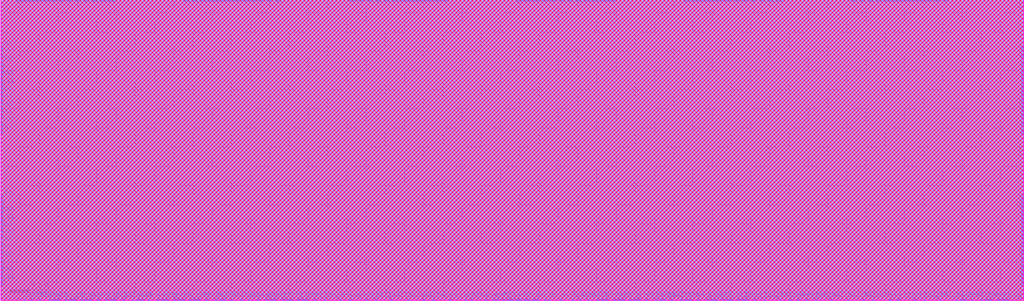
<source format=lef>
# 
#              Synchronous High Speed Single Port SRAM Compiler 
# 
#                    UMC 0.18um GenericII Logic Process
#    __________________________________________________________________________
# 
# 
#      (C) Copyright 2002-2009 Faraday Technology Corp. All Rights Reserved.
#    
#    This source code is an unpublished work belongs to Faraday Technology
#    Corp.  It is considered a trade secret and is not to be divulged or
#    used by parties who have not received written authorization from
#    Faraday Technology Corp.
#    
#    Faraday's home page can be found at:
#    http://www.faraday-tech.com/
#   
#       Module Name      : data_array
#       Words            : 64
#       Bits             : 8
#       Byte-Write       : 4
#       Aspect Ratio     : 1
#       Output Loading   : 1.3  (pf)
#       Data Slew        : 2.0  (ns)
#       CK Slew          : 2.0  (ns)
#       Power Ring Width : 2  (um)
# 
# -----------------------------------------------------------------------------
# 
#       Library          : FSA0M_A
#       Memaker          : 200901.2.1
#       Date             : 2017/10/05 23:56:49
# 
# -----------------------------------------------------------------------------


NAMESCASESENSITIVE ON ;
MACRO data_array
CLASS BLOCK ;
FOREIGN data_array 0.000 0.000 ;
ORIGIN 0.000 0.000 ;
SIZE 531.960 BY 156.800 ;
SYMMETRY x y r90 ;
#SITE core ;
PIN GND
  DIRECTION INOUT ;
  USE GROUND ;
  SHAPE ABUTMENT ;
 PORT
  LAYER metal4 ;
  RECT 530.840 129.700 531.960 132.940 ;
  LAYER metal3 ;
  RECT 530.840 129.700 531.960 132.940 ;
  LAYER metal2 ;
  RECT 530.840 129.700 531.960 132.940 ;
  LAYER metal1 ;
  RECT 530.840 129.700 531.960 132.940 ;
 END
 PORT
  LAYER metal4 ;
  RECT 530.840 121.860 531.960 125.100 ;
  LAYER metal3 ;
  RECT 530.840 121.860 531.960 125.100 ;
  LAYER metal2 ;
  RECT 530.840 121.860 531.960 125.100 ;
  LAYER metal1 ;
  RECT 530.840 121.860 531.960 125.100 ;
 END
 PORT
  LAYER metal4 ;
  RECT 530.840 114.020 531.960 117.260 ;
  LAYER metal3 ;
  RECT 530.840 114.020 531.960 117.260 ;
  LAYER metal2 ;
  RECT 530.840 114.020 531.960 117.260 ;
  LAYER metal1 ;
  RECT 530.840 114.020 531.960 117.260 ;
 END
 PORT
  LAYER metal4 ;
  RECT 530.840 106.180 531.960 109.420 ;
  LAYER metal3 ;
  RECT 530.840 106.180 531.960 109.420 ;
  LAYER metal2 ;
  RECT 530.840 106.180 531.960 109.420 ;
  LAYER metal1 ;
  RECT 530.840 106.180 531.960 109.420 ;
 END
 PORT
  LAYER metal4 ;
  RECT 530.840 98.340 531.960 101.580 ;
  LAYER metal3 ;
  RECT 530.840 98.340 531.960 101.580 ;
  LAYER metal2 ;
  RECT 530.840 98.340 531.960 101.580 ;
  LAYER metal1 ;
  RECT 530.840 98.340 531.960 101.580 ;
 END
 PORT
  LAYER metal4 ;
  RECT 530.840 90.500 531.960 93.740 ;
  LAYER metal3 ;
  RECT 530.840 90.500 531.960 93.740 ;
  LAYER metal2 ;
  RECT 530.840 90.500 531.960 93.740 ;
  LAYER metal1 ;
  RECT 530.840 90.500 531.960 93.740 ;
 END
 PORT
  LAYER metal4 ;
  RECT 530.840 51.300 531.960 54.540 ;
  LAYER metal3 ;
  RECT 530.840 51.300 531.960 54.540 ;
  LAYER metal2 ;
  RECT 530.840 51.300 531.960 54.540 ;
  LAYER metal1 ;
  RECT 530.840 51.300 531.960 54.540 ;
 END
 PORT
  LAYER metal4 ;
  RECT 530.840 43.460 531.960 46.700 ;
  LAYER metal3 ;
  RECT 530.840 43.460 531.960 46.700 ;
  LAYER metal2 ;
  RECT 530.840 43.460 531.960 46.700 ;
  LAYER metal1 ;
  RECT 530.840 43.460 531.960 46.700 ;
 END
 PORT
  LAYER metal4 ;
  RECT 530.840 35.620 531.960 38.860 ;
  LAYER metal3 ;
  RECT 530.840 35.620 531.960 38.860 ;
  LAYER metal2 ;
  RECT 530.840 35.620 531.960 38.860 ;
  LAYER metal1 ;
  RECT 530.840 35.620 531.960 38.860 ;
 END
 PORT
  LAYER metal4 ;
  RECT 530.840 27.780 531.960 31.020 ;
  LAYER metal3 ;
  RECT 530.840 27.780 531.960 31.020 ;
  LAYER metal2 ;
  RECT 530.840 27.780 531.960 31.020 ;
  LAYER metal1 ;
  RECT 530.840 27.780 531.960 31.020 ;
 END
 PORT
  LAYER metal4 ;
  RECT 530.840 19.940 531.960 23.180 ;
  LAYER metal3 ;
  RECT 530.840 19.940 531.960 23.180 ;
  LAYER metal2 ;
  RECT 530.840 19.940 531.960 23.180 ;
  LAYER metal1 ;
  RECT 530.840 19.940 531.960 23.180 ;
 END
 PORT
  LAYER metal4 ;
  RECT 530.840 12.100 531.960 15.340 ;
  LAYER metal3 ;
  RECT 530.840 12.100 531.960 15.340 ;
  LAYER metal2 ;
  RECT 530.840 12.100 531.960 15.340 ;
  LAYER metal1 ;
  RECT 530.840 12.100 531.960 15.340 ;
 END
 PORT
  LAYER metal4 ;
  RECT 0.000 129.700 1.120 132.940 ;
  LAYER metal3 ;
  RECT 0.000 129.700 1.120 132.940 ;
  LAYER metal2 ;
  RECT 0.000 129.700 1.120 132.940 ;
  LAYER metal1 ;
  RECT 0.000 129.700 1.120 132.940 ;
 END
 PORT
  LAYER metal4 ;
  RECT 0.000 121.860 1.120 125.100 ;
  LAYER metal3 ;
  RECT 0.000 121.860 1.120 125.100 ;
  LAYER metal2 ;
  RECT 0.000 121.860 1.120 125.100 ;
  LAYER metal1 ;
  RECT 0.000 121.860 1.120 125.100 ;
 END
 PORT
  LAYER metal4 ;
  RECT 0.000 114.020 1.120 117.260 ;
  LAYER metal3 ;
  RECT 0.000 114.020 1.120 117.260 ;
  LAYER metal2 ;
  RECT 0.000 114.020 1.120 117.260 ;
  LAYER metal1 ;
  RECT 0.000 114.020 1.120 117.260 ;
 END
 PORT
  LAYER metal4 ;
  RECT 0.000 106.180 1.120 109.420 ;
  LAYER metal3 ;
  RECT 0.000 106.180 1.120 109.420 ;
  LAYER metal2 ;
  RECT 0.000 106.180 1.120 109.420 ;
  LAYER metal1 ;
  RECT 0.000 106.180 1.120 109.420 ;
 END
 PORT
  LAYER metal4 ;
  RECT 0.000 98.340 1.120 101.580 ;
  LAYER metal3 ;
  RECT 0.000 98.340 1.120 101.580 ;
  LAYER metal2 ;
  RECT 0.000 98.340 1.120 101.580 ;
  LAYER metal1 ;
  RECT 0.000 98.340 1.120 101.580 ;
 END
 PORT
  LAYER metal4 ;
  RECT 0.000 90.500 1.120 93.740 ;
  LAYER metal3 ;
  RECT 0.000 90.500 1.120 93.740 ;
  LAYER metal2 ;
  RECT 0.000 90.500 1.120 93.740 ;
  LAYER metal1 ;
  RECT 0.000 90.500 1.120 93.740 ;
 END
 PORT
  LAYER metal4 ;
  RECT 0.000 51.300 1.120 54.540 ;
  LAYER metal3 ;
  RECT 0.000 51.300 1.120 54.540 ;
  LAYER metal2 ;
  RECT 0.000 51.300 1.120 54.540 ;
  LAYER metal1 ;
  RECT 0.000 51.300 1.120 54.540 ;
 END
 PORT
  LAYER metal4 ;
  RECT 0.000 43.460 1.120 46.700 ;
  LAYER metal3 ;
  RECT 0.000 43.460 1.120 46.700 ;
  LAYER metal2 ;
  RECT 0.000 43.460 1.120 46.700 ;
  LAYER metal1 ;
  RECT 0.000 43.460 1.120 46.700 ;
 END
 PORT
  LAYER metal4 ;
  RECT 0.000 35.620 1.120 38.860 ;
  LAYER metal3 ;
  RECT 0.000 35.620 1.120 38.860 ;
  LAYER metal2 ;
  RECT 0.000 35.620 1.120 38.860 ;
  LAYER metal1 ;
  RECT 0.000 35.620 1.120 38.860 ;
 END
 PORT
  LAYER metal4 ;
  RECT 0.000 27.780 1.120 31.020 ;
  LAYER metal3 ;
  RECT 0.000 27.780 1.120 31.020 ;
  LAYER metal2 ;
  RECT 0.000 27.780 1.120 31.020 ;
  LAYER metal1 ;
  RECT 0.000 27.780 1.120 31.020 ;
 END
 PORT
  LAYER metal4 ;
  RECT 0.000 19.940 1.120 23.180 ;
  LAYER metal3 ;
  RECT 0.000 19.940 1.120 23.180 ;
  LAYER metal2 ;
  RECT 0.000 19.940 1.120 23.180 ;
  LAYER metal1 ;
  RECT 0.000 19.940 1.120 23.180 ;
 END
 PORT
  LAYER metal4 ;
  RECT 0.000 12.100 1.120 15.340 ;
  LAYER metal3 ;
  RECT 0.000 12.100 1.120 15.340 ;
  LAYER metal2 ;
  RECT 0.000 12.100 1.120 15.340 ;
  LAYER metal1 ;
  RECT 0.000 12.100 1.120 15.340 ;
 END
 PORT
  LAYER metal4 ;
  RECT 489.580 155.680 493.120 156.800 ;
  LAYER metal3 ;
  RECT 489.580 155.680 493.120 156.800 ;
  LAYER metal2 ;
  RECT 489.580 155.680 493.120 156.800 ;
  LAYER metal1 ;
  RECT 489.580 155.680 493.120 156.800 ;
 END
 PORT
  LAYER metal4 ;
  RECT 480.900 155.680 484.440 156.800 ;
  LAYER metal3 ;
  RECT 480.900 155.680 484.440 156.800 ;
  LAYER metal2 ;
  RECT 480.900 155.680 484.440 156.800 ;
  LAYER metal1 ;
  RECT 480.900 155.680 484.440 156.800 ;
 END
 PORT
  LAYER metal4 ;
  RECT 472.220 155.680 475.760 156.800 ;
  LAYER metal3 ;
  RECT 472.220 155.680 475.760 156.800 ;
  LAYER metal2 ;
  RECT 472.220 155.680 475.760 156.800 ;
  LAYER metal1 ;
  RECT 472.220 155.680 475.760 156.800 ;
 END
 PORT
  LAYER metal4 ;
  RECT 463.540 155.680 467.080 156.800 ;
  LAYER metal3 ;
  RECT 463.540 155.680 467.080 156.800 ;
  LAYER metal2 ;
  RECT 463.540 155.680 467.080 156.800 ;
  LAYER metal1 ;
  RECT 463.540 155.680 467.080 156.800 ;
 END
 PORT
  LAYER metal4 ;
  RECT 454.860 155.680 458.400 156.800 ;
  LAYER metal3 ;
  RECT 454.860 155.680 458.400 156.800 ;
  LAYER metal2 ;
  RECT 454.860 155.680 458.400 156.800 ;
  LAYER metal1 ;
  RECT 454.860 155.680 458.400 156.800 ;
 END
 PORT
  LAYER metal4 ;
  RECT 446.180 155.680 449.720 156.800 ;
  LAYER metal3 ;
  RECT 446.180 155.680 449.720 156.800 ;
  LAYER metal2 ;
  RECT 446.180 155.680 449.720 156.800 ;
  LAYER metal1 ;
  RECT 446.180 155.680 449.720 156.800 ;
 END
 PORT
  LAYER metal4 ;
  RECT 402.780 155.680 406.320 156.800 ;
  LAYER metal3 ;
  RECT 402.780 155.680 406.320 156.800 ;
  LAYER metal2 ;
  RECT 402.780 155.680 406.320 156.800 ;
  LAYER metal1 ;
  RECT 402.780 155.680 406.320 156.800 ;
 END
 PORT
  LAYER metal4 ;
  RECT 394.100 155.680 397.640 156.800 ;
  LAYER metal3 ;
  RECT 394.100 155.680 397.640 156.800 ;
  LAYER metal2 ;
  RECT 394.100 155.680 397.640 156.800 ;
  LAYER metal1 ;
  RECT 394.100 155.680 397.640 156.800 ;
 END
 PORT
  LAYER metal4 ;
  RECT 385.420 155.680 388.960 156.800 ;
  LAYER metal3 ;
  RECT 385.420 155.680 388.960 156.800 ;
  LAYER metal2 ;
  RECT 385.420 155.680 388.960 156.800 ;
  LAYER metal1 ;
  RECT 385.420 155.680 388.960 156.800 ;
 END
 PORT
  LAYER metal4 ;
  RECT 376.740 155.680 380.280 156.800 ;
  LAYER metal3 ;
  RECT 376.740 155.680 380.280 156.800 ;
  LAYER metal2 ;
  RECT 376.740 155.680 380.280 156.800 ;
  LAYER metal1 ;
  RECT 376.740 155.680 380.280 156.800 ;
 END
 PORT
  LAYER metal4 ;
  RECT 368.060 155.680 371.600 156.800 ;
  LAYER metal3 ;
  RECT 368.060 155.680 371.600 156.800 ;
  LAYER metal2 ;
  RECT 368.060 155.680 371.600 156.800 ;
  LAYER metal1 ;
  RECT 368.060 155.680 371.600 156.800 ;
 END
 PORT
  LAYER metal4 ;
  RECT 359.380 155.680 362.920 156.800 ;
  LAYER metal3 ;
  RECT 359.380 155.680 362.920 156.800 ;
  LAYER metal2 ;
  RECT 359.380 155.680 362.920 156.800 ;
  LAYER metal1 ;
  RECT 359.380 155.680 362.920 156.800 ;
 END
 PORT
  LAYER metal4 ;
  RECT 315.980 155.680 319.520 156.800 ;
  LAYER metal3 ;
  RECT 315.980 155.680 319.520 156.800 ;
  LAYER metal2 ;
  RECT 315.980 155.680 319.520 156.800 ;
  LAYER metal1 ;
  RECT 315.980 155.680 319.520 156.800 ;
 END
 PORT
  LAYER metal4 ;
  RECT 307.300 155.680 310.840 156.800 ;
  LAYER metal3 ;
  RECT 307.300 155.680 310.840 156.800 ;
  LAYER metal2 ;
  RECT 307.300 155.680 310.840 156.800 ;
  LAYER metal1 ;
  RECT 307.300 155.680 310.840 156.800 ;
 END
 PORT
  LAYER metal4 ;
  RECT 298.620 155.680 302.160 156.800 ;
  LAYER metal3 ;
  RECT 298.620 155.680 302.160 156.800 ;
  LAYER metal2 ;
  RECT 298.620 155.680 302.160 156.800 ;
  LAYER metal1 ;
  RECT 298.620 155.680 302.160 156.800 ;
 END
 PORT
  LAYER metal4 ;
  RECT 289.940 155.680 293.480 156.800 ;
  LAYER metal3 ;
  RECT 289.940 155.680 293.480 156.800 ;
  LAYER metal2 ;
  RECT 289.940 155.680 293.480 156.800 ;
  LAYER metal1 ;
  RECT 289.940 155.680 293.480 156.800 ;
 END
 PORT
  LAYER metal4 ;
  RECT 281.260 155.680 284.800 156.800 ;
  LAYER metal3 ;
  RECT 281.260 155.680 284.800 156.800 ;
  LAYER metal2 ;
  RECT 281.260 155.680 284.800 156.800 ;
  LAYER metal1 ;
  RECT 281.260 155.680 284.800 156.800 ;
 END
 PORT
  LAYER metal4 ;
  RECT 272.580 155.680 276.120 156.800 ;
  LAYER metal3 ;
  RECT 272.580 155.680 276.120 156.800 ;
  LAYER metal2 ;
  RECT 272.580 155.680 276.120 156.800 ;
  LAYER metal1 ;
  RECT 272.580 155.680 276.120 156.800 ;
 END
 PORT
  LAYER metal4 ;
  RECT 229.180 155.680 232.720 156.800 ;
  LAYER metal3 ;
  RECT 229.180 155.680 232.720 156.800 ;
  LAYER metal2 ;
  RECT 229.180 155.680 232.720 156.800 ;
  LAYER metal1 ;
  RECT 229.180 155.680 232.720 156.800 ;
 END
 PORT
  LAYER metal4 ;
  RECT 220.500 155.680 224.040 156.800 ;
  LAYER metal3 ;
  RECT 220.500 155.680 224.040 156.800 ;
  LAYER metal2 ;
  RECT 220.500 155.680 224.040 156.800 ;
  LAYER metal1 ;
  RECT 220.500 155.680 224.040 156.800 ;
 END
 PORT
  LAYER metal4 ;
  RECT 211.820 155.680 215.360 156.800 ;
  LAYER metal3 ;
  RECT 211.820 155.680 215.360 156.800 ;
  LAYER metal2 ;
  RECT 211.820 155.680 215.360 156.800 ;
  LAYER metal1 ;
  RECT 211.820 155.680 215.360 156.800 ;
 END
 PORT
  LAYER metal4 ;
  RECT 203.140 155.680 206.680 156.800 ;
  LAYER metal3 ;
  RECT 203.140 155.680 206.680 156.800 ;
  LAYER metal2 ;
  RECT 203.140 155.680 206.680 156.800 ;
  LAYER metal1 ;
  RECT 203.140 155.680 206.680 156.800 ;
 END
 PORT
  LAYER metal4 ;
  RECT 194.460 155.680 198.000 156.800 ;
  LAYER metal3 ;
  RECT 194.460 155.680 198.000 156.800 ;
  LAYER metal2 ;
  RECT 194.460 155.680 198.000 156.800 ;
  LAYER metal1 ;
  RECT 194.460 155.680 198.000 156.800 ;
 END
 PORT
  LAYER metal4 ;
  RECT 185.780 155.680 189.320 156.800 ;
  LAYER metal3 ;
  RECT 185.780 155.680 189.320 156.800 ;
  LAYER metal2 ;
  RECT 185.780 155.680 189.320 156.800 ;
  LAYER metal1 ;
  RECT 185.780 155.680 189.320 156.800 ;
 END
 PORT
  LAYER metal4 ;
  RECT 142.380 155.680 145.920 156.800 ;
  LAYER metal3 ;
  RECT 142.380 155.680 145.920 156.800 ;
  LAYER metal2 ;
  RECT 142.380 155.680 145.920 156.800 ;
  LAYER metal1 ;
  RECT 142.380 155.680 145.920 156.800 ;
 END
 PORT
  LAYER metal4 ;
  RECT 133.700 155.680 137.240 156.800 ;
  LAYER metal3 ;
  RECT 133.700 155.680 137.240 156.800 ;
  LAYER metal2 ;
  RECT 133.700 155.680 137.240 156.800 ;
  LAYER metal1 ;
  RECT 133.700 155.680 137.240 156.800 ;
 END
 PORT
  LAYER metal4 ;
  RECT 125.020 155.680 128.560 156.800 ;
  LAYER metal3 ;
  RECT 125.020 155.680 128.560 156.800 ;
  LAYER metal2 ;
  RECT 125.020 155.680 128.560 156.800 ;
  LAYER metal1 ;
  RECT 125.020 155.680 128.560 156.800 ;
 END
 PORT
  LAYER metal4 ;
  RECT 116.340 155.680 119.880 156.800 ;
  LAYER metal3 ;
  RECT 116.340 155.680 119.880 156.800 ;
  LAYER metal2 ;
  RECT 116.340 155.680 119.880 156.800 ;
  LAYER metal1 ;
  RECT 116.340 155.680 119.880 156.800 ;
 END
 PORT
  LAYER metal4 ;
  RECT 107.660 155.680 111.200 156.800 ;
  LAYER metal3 ;
  RECT 107.660 155.680 111.200 156.800 ;
  LAYER metal2 ;
  RECT 107.660 155.680 111.200 156.800 ;
  LAYER metal1 ;
  RECT 107.660 155.680 111.200 156.800 ;
 END
 PORT
  LAYER metal4 ;
  RECT 98.980 155.680 102.520 156.800 ;
  LAYER metal3 ;
  RECT 98.980 155.680 102.520 156.800 ;
  LAYER metal2 ;
  RECT 98.980 155.680 102.520 156.800 ;
  LAYER metal1 ;
  RECT 98.980 155.680 102.520 156.800 ;
 END
 PORT
  LAYER metal4 ;
  RECT 55.580 155.680 59.120 156.800 ;
  LAYER metal3 ;
  RECT 55.580 155.680 59.120 156.800 ;
  LAYER metal2 ;
  RECT 55.580 155.680 59.120 156.800 ;
  LAYER metal1 ;
  RECT 55.580 155.680 59.120 156.800 ;
 END
 PORT
  LAYER metal4 ;
  RECT 46.900 155.680 50.440 156.800 ;
  LAYER metal3 ;
  RECT 46.900 155.680 50.440 156.800 ;
  LAYER metal2 ;
  RECT 46.900 155.680 50.440 156.800 ;
  LAYER metal1 ;
  RECT 46.900 155.680 50.440 156.800 ;
 END
 PORT
  LAYER metal4 ;
  RECT 38.220 155.680 41.760 156.800 ;
  LAYER metal3 ;
  RECT 38.220 155.680 41.760 156.800 ;
  LAYER metal2 ;
  RECT 38.220 155.680 41.760 156.800 ;
  LAYER metal1 ;
  RECT 38.220 155.680 41.760 156.800 ;
 END
 PORT
  LAYER metal4 ;
  RECT 29.540 155.680 33.080 156.800 ;
  LAYER metal3 ;
  RECT 29.540 155.680 33.080 156.800 ;
  LAYER metal2 ;
  RECT 29.540 155.680 33.080 156.800 ;
  LAYER metal1 ;
  RECT 29.540 155.680 33.080 156.800 ;
 END
 PORT
  LAYER metal4 ;
  RECT 20.860 155.680 24.400 156.800 ;
  LAYER metal3 ;
  RECT 20.860 155.680 24.400 156.800 ;
  LAYER metal2 ;
  RECT 20.860 155.680 24.400 156.800 ;
  LAYER metal1 ;
  RECT 20.860 155.680 24.400 156.800 ;
 END
 PORT
  LAYER metal4 ;
  RECT 12.180 155.680 15.720 156.800 ;
  LAYER metal3 ;
  RECT 12.180 155.680 15.720 156.800 ;
  LAYER metal2 ;
  RECT 12.180 155.680 15.720 156.800 ;
  LAYER metal1 ;
  RECT 12.180 155.680 15.720 156.800 ;
 END
 PORT
  LAYER metal4 ;
  RECT 511.900 0.000 515.440 1.120 ;
  LAYER metal3 ;
  RECT 511.900 0.000 515.440 1.120 ;
  LAYER metal2 ;
  RECT 511.900 0.000 515.440 1.120 ;
  LAYER metal1 ;
  RECT 511.900 0.000 515.440 1.120 ;
 END
 PORT
  LAYER metal4 ;
  RECT 385.420 0.000 388.960 1.120 ;
  LAYER metal3 ;
  RECT 385.420 0.000 388.960 1.120 ;
  LAYER metal2 ;
  RECT 385.420 0.000 388.960 1.120 ;
  LAYER metal1 ;
  RECT 385.420 0.000 388.960 1.120 ;
 END
 PORT
  LAYER metal4 ;
  RECT 369.300 0.000 372.840 1.120 ;
  LAYER metal3 ;
  RECT 369.300 0.000 372.840 1.120 ;
  LAYER metal2 ;
  RECT 369.300 0.000 372.840 1.120 ;
  LAYER metal1 ;
  RECT 369.300 0.000 372.840 1.120 ;
 END
 PORT
  LAYER metal4 ;
  RECT 342.640 0.000 346.180 1.120 ;
  LAYER metal3 ;
  RECT 342.640 0.000 346.180 1.120 ;
  LAYER metal2 ;
  RECT 342.640 0.000 346.180 1.120 ;
  LAYER metal1 ;
  RECT 342.640 0.000 346.180 1.120 ;
 END
 PORT
  LAYER metal4 ;
  RECT 320.940 0.000 324.480 1.120 ;
  LAYER metal3 ;
  RECT 320.940 0.000 324.480 1.120 ;
  LAYER metal2 ;
  RECT 320.940 0.000 324.480 1.120 ;
  LAYER metal1 ;
  RECT 320.940 0.000 324.480 1.120 ;
 END
 PORT
  LAYER metal4 ;
  RECT 276.300 0.000 279.840 1.120 ;
  LAYER metal3 ;
  RECT 276.300 0.000 279.840 1.120 ;
  LAYER metal2 ;
  RECT 276.300 0.000 279.840 1.120 ;
  LAYER metal1 ;
  RECT 276.300 0.000 279.840 1.120 ;
 END
 PORT
  LAYER metal4 ;
  RECT 267.620 0.000 271.160 1.120 ;
  LAYER metal3 ;
  RECT 267.620 0.000 271.160 1.120 ;
  LAYER metal2 ;
  RECT 267.620 0.000 271.160 1.120 ;
  LAYER metal1 ;
  RECT 267.620 0.000 271.160 1.120 ;
 END
 PORT
  LAYER metal4 ;
  RECT 156.640 0.000 160.180 1.120 ;
  LAYER metal3 ;
  RECT 156.640 0.000 160.180 1.120 ;
  LAYER metal2 ;
  RECT 156.640 0.000 160.180 1.120 ;
  LAYER metal1 ;
  RECT 156.640 0.000 160.180 1.120 ;
 END
 PORT
  LAYER metal4 ;
  RECT 139.900 0.000 143.440 1.120 ;
  LAYER metal3 ;
  RECT 139.900 0.000 143.440 1.120 ;
  LAYER metal2 ;
  RECT 139.900 0.000 143.440 1.120 ;
  LAYER metal1 ;
  RECT 139.900 0.000 143.440 1.120 ;
 END
 PORT
  LAYER metal4 ;
  RECT 100.220 0.000 103.760 1.120 ;
  LAYER metal3 ;
  RECT 100.220 0.000 103.760 1.120 ;
  LAYER metal2 ;
  RECT 100.220 0.000 103.760 1.120 ;
  LAYER metal1 ;
  RECT 100.220 0.000 103.760 1.120 ;
 END
 PORT
  LAYER metal4 ;
  RECT 83.480 0.000 87.020 1.120 ;
  LAYER metal3 ;
  RECT 83.480 0.000 87.020 1.120 ;
  LAYER metal2 ;
  RECT 83.480 0.000 87.020 1.120 ;
  LAYER metal1 ;
  RECT 83.480 0.000 87.020 1.120 ;
 END
 PORT
  LAYER metal4 ;
  RECT 56.820 0.000 60.360 1.120 ;
  LAYER metal3 ;
  RECT 56.820 0.000 60.360 1.120 ;
  LAYER metal2 ;
  RECT 56.820 0.000 60.360 1.120 ;
  LAYER metal1 ;
  RECT 56.820 0.000 60.360 1.120 ;
 END
 PORT
  LAYER metal4 ;
  RECT 35.740 0.000 39.280 1.120 ;
  LAYER metal3 ;
  RECT 35.740 0.000 39.280 1.120 ;
  LAYER metal2 ;
  RECT 35.740 0.000 39.280 1.120 ;
  LAYER metal1 ;
  RECT 35.740 0.000 39.280 1.120 ;
 END
END GND
PIN VCC
  DIRECTION INOUT ;
  USE POWER ;
  SHAPE ABUTMENT ;
 PORT
  LAYER metal4 ;
  RECT 530.840 125.780 531.960 129.020 ;
  LAYER metal3 ;
  RECT 530.840 125.780 531.960 129.020 ;
  LAYER metal2 ;
  RECT 530.840 125.780 531.960 129.020 ;
  LAYER metal1 ;
  RECT 530.840 125.780 531.960 129.020 ;
 END
 PORT
  LAYER metal4 ;
  RECT 530.840 117.940 531.960 121.180 ;
  LAYER metal3 ;
  RECT 530.840 117.940 531.960 121.180 ;
  LAYER metal2 ;
  RECT 530.840 117.940 531.960 121.180 ;
  LAYER metal1 ;
  RECT 530.840 117.940 531.960 121.180 ;
 END
 PORT
  LAYER metal4 ;
  RECT 530.840 110.100 531.960 113.340 ;
  LAYER metal3 ;
  RECT 530.840 110.100 531.960 113.340 ;
  LAYER metal2 ;
  RECT 530.840 110.100 531.960 113.340 ;
  LAYER metal1 ;
  RECT 530.840 110.100 531.960 113.340 ;
 END
 PORT
  LAYER metal4 ;
  RECT 530.840 102.260 531.960 105.500 ;
  LAYER metal3 ;
  RECT 530.840 102.260 531.960 105.500 ;
  LAYER metal2 ;
  RECT 530.840 102.260 531.960 105.500 ;
  LAYER metal1 ;
  RECT 530.840 102.260 531.960 105.500 ;
 END
 PORT
  LAYER metal4 ;
  RECT 530.840 94.420 531.960 97.660 ;
  LAYER metal3 ;
  RECT 530.840 94.420 531.960 97.660 ;
  LAYER metal2 ;
  RECT 530.840 94.420 531.960 97.660 ;
  LAYER metal1 ;
  RECT 530.840 94.420 531.960 97.660 ;
 END
 PORT
  LAYER metal4 ;
  RECT 530.840 86.580 531.960 89.820 ;
  LAYER metal3 ;
  RECT 530.840 86.580 531.960 89.820 ;
  LAYER metal2 ;
  RECT 530.840 86.580 531.960 89.820 ;
  LAYER metal1 ;
  RECT 530.840 86.580 531.960 89.820 ;
 END
 PORT
  LAYER metal4 ;
  RECT 530.840 47.380 531.960 50.620 ;
  LAYER metal3 ;
  RECT 530.840 47.380 531.960 50.620 ;
  LAYER metal2 ;
  RECT 530.840 47.380 531.960 50.620 ;
  LAYER metal1 ;
  RECT 530.840 47.380 531.960 50.620 ;
 END
 PORT
  LAYER metal4 ;
  RECT 530.840 39.540 531.960 42.780 ;
  LAYER metal3 ;
  RECT 530.840 39.540 531.960 42.780 ;
  LAYER metal2 ;
  RECT 530.840 39.540 531.960 42.780 ;
  LAYER metal1 ;
  RECT 530.840 39.540 531.960 42.780 ;
 END
 PORT
  LAYER metal4 ;
  RECT 530.840 31.700 531.960 34.940 ;
  LAYER metal3 ;
  RECT 530.840 31.700 531.960 34.940 ;
  LAYER metal2 ;
  RECT 530.840 31.700 531.960 34.940 ;
  LAYER metal1 ;
  RECT 530.840 31.700 531.960 34.940 ;
 END
 PORT
  LAYER metal4 ;
  RECT 530.840 23.860 531.960 27.100 ;
  LAYER metal3 ;
  RECT 530.840 23.860 531.960 27.100 ;
  LAYER metal2 ;
  RECT 530.840 23.860 531.960 27.100 ;
  LAYER metal1 ;
  RECT 530.840 23.860 531.960 27.100 ;
 END
 PORT
  LAYER metal4 ;
  RECT 530.840 16.020 531.960 19.260 ;
  LAYER metal3 ;
  RECT 530.840 16.020 531.960 19.260 ;
  LAYER metal2 ;
  RECT 530.840 16.020 531.960 19.260 ;
  LAYER metal1 ;
  RECT 530.840 16.020 531.960 19.260 ;
 END
 PORT
  LAYER metal4 ;
  RECT 530.840 8.180 531.960 11.420 ;
  LAYER metal3 ;
  RECT 530.840 8.180 531.960 11.420 ;
  LAYER metal2 ;
  RECT 530.840 8.180 531.960 11.420 ;
  LAYER metal1 ;
  RECT 530.840 8.180 531.960 11.420 ;
 END
 PORT
  LAYER metal4 ;
  RECT 0.000 125.780 1.120 129.020 ;
  LAYER metal3 ;
  RECT 0.000 125.780 1.120 129.020 ;
  LAYER metal2 ;
  RECT 0.000 125.780 1.120 129.020 ;
  LAYER metal1 ;
  RECT 0.000 125.780 1.120 129.020 ;
 END
 PORT
  LAYER metal4 ;
  RECT 0.000 117.940 1.120 121.180 ;
  LAYER metal3 ;
  RECT 0.000 117.940 1.120 121.180 ;
  LAYER metal2 ;
  RECT 0.000 117.940 1.120 121.180 ;
  LAYER metal1 ;
  RECT 0.000 117.940 1.120 121.180 ;
 END
 PORT
  LAYER metal4 ;
  RECT 0.000 110.100 1.120 113.340 ;
  LAYER metal3 ;
  RECT 0.000 110.100 1.120 113.340 ;
  LAYER metal2 ;
  RECT 0.000 110.100 1.120 113.340 ;
  LAYER metal1 ;
  RECT 0.000 110.100 1.120 113.340 ;
 END
 PORT
  LAYER metal4 ;
  RECT 0.000 102.260 1.120 105.500 ;
  LAYER metal3 ;
  RECT 0.000 102.260 1.120 105.500 ;
  LAYER metal2 ;
  RECT 0.000 102.260 1.120 105.500 ;
  LAYER metal1 ;
  RECT 0.000 102.260 1.120 105.500 ;
 END
 PORT
  LAYER metal4 ;
  RECT 0.000 94.420 1.120 97.660 ;
  LAYER metal3 ;
  RECT 0.000 94.420 1.120 97.660 ;
  LAYER metal2 ;
  RECT 0.000 94.420 1.120 97.660 ;
  LAYER metal1 ;
  RECT 0.000 94.420 1.120 97.660 ;
 END
 PORT
  LAYER metal4 ;
  RECT 0.000 86.580 1.120 89.820 ;
  LAYER metal3 ;
  RECT 0.000 86.580 1.120 89.820 ;
  LAYER metal2 ;
  RECT 0.000 86.580 1.120 89.820 ;
  LAYER metal1 ;
  RECT 0.000 86.580 1.120 89.820 ;
 END
 PORT
  LAYER metal4 ;
  RECT 0.000 47.380 1.120 50.620 ;
  LAYER metal3 ;
  RECT 0.000 47.380 1.120 50.620 ;
  LAYER metal2 ;
  RECT 0.000 47.380 1.120 50.620 ;
  LAYER metal1 ;
  RECT 0.000 47.380 1.120 50.620 ;
 END
 PORT
  LAYER metal4 ;
  RECT 0.000 39.540 1.120 42.780 ;
  LAYER metal3 ;
  RECT 0.000 39.540 1.120 42.780 ;
  LAYER metal2 ;
  RECT 0.000 39.540 1.120 42.780 ;
  LAYER metal1 ;
  RECT 0.000 39.540 1.120 42.780 ;
 END
 PORT
  LAYER metal4 ;
  RECT 0.000 31.700 1.120 34.940 ;
  LAYER metal3 ;
  RECT 0.000 31.700 1.120 34.940 ;
  LAYER metal2 ;
  RECT 0.000 31.700 1.120 34.940 ;
  LAYER metal1 ;
  RECT 0.000 31.700 1.120 34.940 ;
 END
 PORT
  LAYER metal4 ;
  RECT 0.000 23.860 1.120 27.100 ;
  LAYER metal3 ;
  RECT 0.000 23.860 1.120 27.100 ;
  LAYER metal2 ;
  RECT 0.000 23.860 1.120 27.100 ;
  LAYER metal1 ;
  RECT 0.000 23.860 1.120 27.100 ;
 END
 PORT
  LAYER metal4 ;
  RECT 0.000 16.020 1.120 19.260 ;
  LAYER metal3 ;
  RECT 0.000 16.020 1.120 19.260 ;
  LAYER metal2 ;
  RECT 0.000 16.020 1.120 19.260 ;
  LAYER metal1 ;
  RECT 0.000 16.020 1.120 19.260 ;
 END
 PORT
  LAYER metal4 ;
  RECT 0.000 8.180 1.120 11.420 ;
  LAYER metal3 ;
  RECT 0.000 8.180 1.120 11.420 ;
  LAYER metal2 ;
  RECT 0.000 8.180 1.120 11.420 ;
  LAYER metal1 ;
  RECT 0.000 8.180 1.120 11.420 ;
 END
 PORT
  LAYER metal4 ;
  RECT 485.240 155.680 488.780 156.800 ;
  LAYER metal3 ;
  RECT 485.240 155.680 488.780 156.800 ;
  LAYER metal2 ;
  RECT 485.240 155.680 488.780 156.800 ;
  LAYER metal1 ;
  RECT 485.240 155.680 488.780 156.800 ;
 END
 PORT
  LAYER metal4 ;
  RECT 476.560 155.680 480.100 156.800 ;
  LAYER metal3 ;
  RECT 476.560 155.680 480.100 156.800 ;
  LAYER metal2 ;
  RECT 476.560 155.680 480.100 156.800 ;
  LAYER metal1 ;
  RECT 476.560 155.680 480.100 156.800 ;
 END
 PORT
  LAYER metal4 ;
  RECT 467.880 155.680 471.420 156.800 ;
  LAYER metal3 ;
  RECT 467.880 155.680 471.420 156.800 ;
  LAYER metal2 ;
  RECT 467.880 155.680 471.420 156.800 ;
  LAYER metal1 ;
  RECT 467.880 155.680 471.420 156.800 ;
 END
 PORT
  LAYER metal4 ;
  RECT 459.200 155.680 462.740 156.800 ;
  LAYER metal3 ;
  RECT 459.200 155.680 462.740 156.800 ;
  LAYER metal2 ;
  RECT 459.200 155.680 462.740 156.800 ;
  LAYER metal1 ;
  RECT 459.200 155.680 462.740 156.800 ;
 END
 PORT
  LAYER metal4 ;
  RECT 450.520 155.680 454.060 156.800 ;
  LAYER metal3 ;
  RECT 450.520 155.680 454.060 156.800 ;
  LAYER metal2 ;
  RECT 450.520 155.680 454.060 156.800 ;
  LAYER metal1 ;
  RECT 450.520 155.680 454.060 156.800 ;
 END
 PORT
  LAYER metal4 ;
  RECT 441.840 155.680 445.380 156.800 ;
  LAYER metal3 ;
  RECT 441.840 155.680 445.380 156.800 ;
  LAYER metal2 ;
  RECT 441.840 155.680 445.380 156.800 ;
  LAYER metal1 ;
  RECT 441.840 155.680 445.380 156.800 ;
 END
 PORT
  LAYER metal4 ;
  RECT 398.440 155.680 401.980 156.800 ;
  LAYER metal3 ;
  RECT 398.440 155.680 401.980 156.800 ;
  LAYER metal2 ;
  RECT 398.440 155.680 401.980 156.800 ;
  LAYER metal1 ;
  RECT 398.440 155.680 401.980 156.800 ;
 END
 PORT
  LAYER metal4 ;
  RECT 389.760 155.680 393.300 156.800 ;
  LAYER metal3 ;
  RECT 389.760 155.680 393.300 156.800 ;
  LAYER metal2 ;
  RECT 389.760 155.680 393.300 156.800 ;
  LAYER metal1 ;
  RECT 389.760 155.680 393.300 156.800 ;
 END
 PORT
  LAYER metal4 ;
  RECT 381.080 155.680 384.620 156.800 ;
  LAYER metal3 ;
  RECT 381.080 155.680 384.620 156.800 ;
  LAYER metal2 ;
  RECT 381.080 155.680 384.620 156.800 ;
  LAYER metal1 ;
  RECT 381.080 155.680 384.620 156.800 ;
 END
 PORT
  LAYER metal4 ;
  RECT 372.400 155.680 375.940 156.800 ;
  LAYER metal3 ;
  RECT 372.400 155.680 375.940 156.800 ;
  LAYER metal2 ;
  RECT 372.400 155.680 375.940 156.800 ;
  LAYER metal1 ;
  RECT 372.400 155.680 375.940 156.800 ;
 END
 PORT
  LAYER metal4 ;
  RECT 363.720 155.680 367.260 156.800 ;
  LAYER metal3 ;
  RECT 363.720 155.680 367.260 156.800 ;
  LAYER metal2 ;
  RECT 363.720 155.680 367.260 156.800 ;
  LAYER metal1 ;
  RECT 363.720 155.680 367.260 156.800 ;
 END
 PORT
  LAYER metal4 ;
  RECT 355.040 155.680 358.580 156.800 ;
  LAYER metal3 ;
  RECT 355.040 155.680 358.580 156.800 ;
  LAYER metal2 ;
  RECT 355.040 155.680 358.580 156.800 ;
  LAYER metal1 ;
  RECT 355.040 155.680 358.580 156.800 ;
 END
 PORT
  LAYER metal4 ;
  RECT 311.640 155.680 315.180 156.800 ;
  LAYER metal3 ;
  RECT 311.640 155.680 315.180 156.800 ;
  LAYER metal2 ;
  RECT 311.640 155.680 315.180 156.800 ;
  LAYER metal1 ;
  RECT 311.640 155.680 315.180 156.800 ;
 END
 PORT
  LAYER metal4 ;
  RECT 302.960 155.680 306.500 156.800 ;
  LAYER metal3 ;
  RECT 302.960 155.680 306.500 156.800 ;
  LAYER metal2 ;
  RECT 302.960 155.680 306.500 156.800 ;
  LAYER metal1 ;
  RECT 302.960 155.680 306.500 156.800 ;
 END
 PORT
  LAYER metal4 ;
  RECT 294.280 155.680 297.820 156.800 ;
  LAYER metal3 ;
  RECT 294.280 155.680 297.820 156.800 ;
  LAYER metal2 ;
  RECT 294.280 155.680 297.820 156.800 ;
  LAYER metal1 ;
  RECT 294.280 155.680 297.820 156.800 ;
 END
 PORT
  LAYER metal4 ;
  RECT 285.600 155.680 289.140 156.800 ;
  LAYER metal3 ;
  RECT 285.600 155.680 289.140 156.800 ;
  LAYER metal2 ;
  RECT 285.600 155.680 289.140 156.800 ;
  LAYER metal1 ;
  RECT 285.600 155.680 289.140 156.800 ;
 END
 PORT
  LAYER metal4 ;
  RECT 276.920 155.680 280.460 156.800 ;
  LAYER metal3 ;
  RECT 276.920 155.680 280.460 156.800 ;
  LAYER metal2 ;
  RECT 276.920 155.680 280.460 156.800 ;
  LAYER metal1 ;
  RECT 276.920 155.680 280.460 156.800 ;
 END
 PORT
  LAYER metal4 ;
  RECT 268.240 155.680 271.780 156.800 ;
  LAYER metal3 ;
  RECT 268.240 155.680 271.780 156.800 ;
  LAYER metal2 ;
  RECT 268.240 155.680 271.780 156.800 ;
  LAYER metal1 ;
  RECT 268.240 155.680 271.780 156.800 ;
 END
 PORT
  LAYER metal4 ;
  RECT 224.840 155.680 228.380 156.800 ;
  LAYER metal3 ;
  RECT 224.840 155.680 228.380 156.800 ;
  LAYER metal2 ;
  RECT 224.840 155.680 228.380 156.800 ;
  LAYER metal1 ;
  RECT 224.840 155.680 228.380 156.800 ;
 END
 PORT
  LAYER metal4 ;
  RECT 216.160 155.680 219.700 156.800 ;
  LAYER metal3 ;
  RECT 216.160 155.680 219.700 156.800 ;
  LAYER metal2 ;
  RECT 216.160 155.680 219.700 156.800 ;
  LAYER metal1 ;
  RECT 216.160 155.680 219.700 156.800 ;
 END
 PORT
  LAYER metal4 ;
  RECT 207.480 155.680 211.020 156.800 ;
  LAYER metal3 ;
  RECT 207.480 155.680 211.020 156.800 ;
  LAYER metal2 ;
  RECT 207.480 155.680 211.020 156.800 ;
  LAYER metal1 ;
  RECT 207.480 155.680 211.020 156.800 ;
 END
 PORT
  LAYER metal4 ;
  RECT 198.800 155.680 202.340 156.800 ;
  LAYER metal3 ;
  RECT 198.800 155.680 202.340 156.800 ;
  LAYER metal2 ;
  RECT 198.800 155.680 202.340 156.800 ;
  LAYER metal1 ;
  RECT 198.800 155.680 202.340 156.800 ;
 END
 PORT
  LAYER metal4 ;
  RECT 190.120 155.680 193.660 156.800 ;
  LAYER metal3 ;
  RECT 190.120 155.680 193.660 156.800 ;
  LAYER metal2 ;
  RECT 190.120 155.680 193.660 156.800 ;
  LAYER metal1 ;
  RECT 190.120 155.680 193.660 156.800 ;
 END
 PORT
  LAYER metal4 ;
  RECT 181.440 155.680 184.980 156.800 ;
  LAYER metal3 ;
  RECT 181.440 155.680 184.980 156.800 ;
  LAYER metal2 ;
  RECT 181.440 155.680 184.980 156.800 ;
  LAYER metal1 ;
  RECT 181.440 155.680 184.980 156.800 ;
 END
 PORT
  LAYER metal4 ;
  RECT 138.040 155.680 141.580 156.800 ;
  LAYER metal3 ;
  RECT 138.040 155.680 141.580 156.800 ;
  LAYER metal2 ;
  RECT 138.040 155.680 141.580 156.800 ;
  LAYER metal1 ;
  RECT 138.040 155.680 141.580 156.800 ;
 END
 PORT
  LAYER metal4 ;
  RECT 129.360 155.680 132.900 156.800 ;
  LAYER metal3 ;
  RECT 129.360 155.680 132.900 156.800 ;
  LAYER metal2 ;
  RECT 129.360 155.680 132.900 156.800 ;
  LAYER metal1 ;
  RECT 129.360 155.680 132.900 156.800 ;
 END
 PORT
  LAYER metal4 ;
  RECT 120.680 155.680 124.220 156.800 ;
  LAYER metal3 ;
  RECT 120.680 155.680 124.220 156.800 ;
  LAYER metal2 ;
  RECT 120.680 155.680 124.220 156.800 ;
  LAYER metal1 ;
  RECT 120.680 155.680 124.220 156.800 ;
 END
 PORT
  LAYER metal4 ;
  RECT 112.000 155.680 115.540 156.800 ;
  LAYER metal3 ;
  RECT 112.000 155.680 115.540 156.800 ;
  LAYER metal2 ;
  RECT 112.000 155.680 115.540 156.800 ;
  LAYER metal1 ;
  RECT 112.000 155.680 115.540 156.800 ;
 END
 PORT
  LAYER metal4 ;
  RECT 103.320 155.680 106.860 156.800 ;
  LAYER metal3 ;
  RECT 103.320 155.680 106.860 156.800 ;
  LAYER metal2 ;
  RECT 103.320 155.680 106.860 156.800 ;
  LAYER metal1 ;
  RECT 103.320 155.680 106.860 156.800 ;
 END
 PORT
  LAYER metal4 ;
  RECT 94.640 155.680 98.180 156.800 ;
  LAYER metal3 ;
  RECT 94.640 155.680 98.180 156.800 ;
  LAYER metal2 ;
  RECT 94.640 155.680 98.180 156.800 ;
  LAYER metal1 ;
  RECT 94.640 155.680 98.180 156.800 ;
 END
 PORT
  LAYER metal4 ;
  RECT 51.240 155.680 54.780 156.800 ;
  LAYER metal3 ;
  RECT 51.240 155.680 54.780 156.800 ;
  LAYER metal2 ;
  RECT 51.240 155.680 54.780 156.800 ;
  LAYER metal1 ;
  RECT 51.240 155.680 54.780 156.800 ;
 END
 PORT
  LAYER metal4 ;
  RECT 42.560 155.680 46.100 156.800 ;
  LAYER metal3 ;
  RECT 42.560 155.680 46.100 156.800 ;
  LAYER metal2 ;
  RECT 42.560 155.680 46.100 156.800 ;
  LAYER metal1 ;
  RECT 42.560 155.680 46.100 156.800 ;
 END
 PORT
  LAYER metal4 ;
  RECT 33.880 155.680 37.420 156.800 ;
  LAYER metal3 ;
  RECT 33.880 155.680 37.420 156.800 ;
  LAYER metal2 ;
  RECT 33.880 155.680 37.420 156.800 ;
  LAYER metal1 ;
  RECT 33.880 155.680 37.420 156.800 ;
 END
 PORT
  LAYER metal4 ;
  RECT 25.200 155.680 28.740 156.800 ;
  LAYER metal3 ;
  RECT 25.200 155.680 28.740 156.800 ;
  LAYER metal2 ;
  RECT 25.200 155.680 28.740 156.800 ;
  LAYER metal1 ;
  RECT 25.200 155.680 28.740 156.800 ;
 END
 PORT
  LAYER metal4 ;
  RECT 16.520 155.680 20.060 156.800 ;
  LAYER metal3 ;
  RECT 16.520 155.680 20.060 156.800 ;
  LAYER metal2 ;
  RECT 16.520 155.680 20.060 156.800 ;
  LAYER metal1 ;
  RECT 16.520 155.680 20.060 156.800 ;
 END
 PORT
  LAYER metal4 ;
  RECT 7.840 155.680 11.380 156.800 ;
  LAYER metal3 ;
  RECT 7.840 155.680 11.380 156.800 ;
  LAYER metal2 ;
  RECT 7.840 155.680 11.380 156.800 ;
  LAYER metal1 ;
  RECT 7.840 155.680 11.380 156.800 ;
 END
 PORT
  LAYER metal4 ;
  RECT 520.580 0.000 524.120 1.120 ;
  LAYER metal3 ;
  RECT 520.580 0.000 524.120 1.120 ;
  LAYER metal2 ;
  RECT 520.580 0.000 524.120 1.120 ;
  LAYER metal1 ;
  RECT 520.580 0.000 524.120 1.120 ;
 END
 PORT
  LAYER metal4 ;
  RECT 498.880 0.000 502.420 1.120 ;
  LAYER metal3 ;
  RECT 498.880 0.000 502.420 1.120 ;
  LAYER metal2 ;
  RECT 498.880 0.000 502.420 1.120 ;
  LAYER metal1 ;
  RECT 498.880 0.000 502.420 1.120 ;
 END
 PORT
  LAYER metal4 ;
  RECT 377.360 0.000 380.900 1.120 ;
  LAYER metal3 ;
  RECT 377.360 0.000 380.900 1.120 ;
  LAYER metal2 ;
  RECT 377.360 0.000 380.900 1.120 ;
  LAYER metal1 ;
  RECT 377.360 0.000 380.900 1.120 ;
 END
 PORT
  LAYER metal4 ;
  RECT 355.660 0.000 359.200 1.120 ;
  LAYER metal3 ;
  RECT 355.660 0.000 359.200 1.120 ;
  LAYER metal2 ;
  RECT 355.660 0.000 359.200 1.120 ;
  LAYER metal1 ;
  RECT 355.660 0.000 359.200 1.120 ;
 END
 PORT
  LAYER metal4 ;
  RECT 329.000 0.000 332.540 1.120 ;
  LAYER metal3 ;
  RECT 329.000 0.000 332.540 1.120 ;
  LAYER metal2 ;
  RECT 329.000 0.000 332.540 1.120 ;
  LAYER metal1 ;
  RECT 329.000 0.000 332.540 1.120 ;
 END
 PORT
  LAYER metal4 ;
  RECT 312.260 0.000 315.800 1.120 ;
  LAYER metal3 ;
  RECT 312.260 0.000 315.800 1.120 ;
  LAYER metal2 ;
  RECT 312.260 0.000 315.800 1.120 ;
  LAYER metal1 ;
  RECT 312.260 0.000 315.800 1.120 ;
 END
 PORT
  LAYER metal4 ;
  RECT 271.960 0.000 275.500 1.120 ;
  LAYER metal3 ;
  RECT 271.960 0.000 275.500 1.120 ;
  LAYER metal2 ;
  RECT 271.960 0.000 275.500 1.120 ;
  LAYER metal1 ;
  RECT 271.960 0.000 275.500 1.120 ;
 END
 PORT
  LAYER metal4 ;
  RECT 263.280 0.000 266.820 1.120 ;
  LAYER metal3 ;
  RECT 263.280 0.000 266.820 1.120 ;
  LAYER metal2 ;
  RECT 263.280 0.000 266.820 1.120 ;
  LAYER metal1 ;
  RECT 263.280 0.000 266.820 1.120 ;
 END
 PORT
  LAYER metal4 ;
  RECT 148.580 0.000 152.120 1.120 ;
  LAYER metal3 ;
  RECT 148.580 0.000 152.120 1.120 ;
  LAYER metal2 ;
  RECT 148.580 0.000 152.120 1.120 ;
  LAYER metal1 ;
  RECT 148.580 0.000 152.120 1.120 ;
 END
 PORT
  LAYER metal4 ;
  RECT 113.860 0.000 117.400 1.120 ;
  LAYER metal3 ;
  RECT 113.860 0.000 117.400 1.120 ;
  LAYER metal2 ;
  RECT 113.860 0.000 117.400 1.120 ;
  LAYER metal1 ;
  RECT 113.860 0.000 117.400 1.120 ;
 END
 PORT
  LAYER metal4 ;
  RECT 92.160 0.000 95.700 1.120 ;
  LAYER metal3 ;
  RECT 92.160 0.000 95.700 1.120 ;
  LAYER metal2 ;
  RECT 92.160 0.000 95.700 1.120 ;
  LAYER metal1 ;
  RECT 92.160 0.000 95.700 1.120 ;
 END
 PORT
  LAYER metal4 ;
  RECT 70.460 0.000 74.000 1.120 ;
  LAYER metal3 ;
  RECT 70.460 0.000 74.000 1.120 ;
  LAYER metal2 ;
  RECT 70.460 0.000 74.000 1.120 ;
  LAYER metal1 ;
  RECT 70.460 0.000 74.000 1.120 ;
 END
 PORT
  LAYER metal4 ;
  RECT 43.800 0.000 47.340 1.120 ;
  LAYER metal3 ;
  RECT 43.800 0.000 47.340 1.120 ;
  LAYER metal2 ;
  RECT 43.800 0.000 47.340 1.120 ;
  LAYER metal1 ;
  RECT 43.800 0.000 47.340 1.120 ;
 END
 PORT
  LAYER metal4 ;
  RECT 27.060 0.000 30.600 1.120 ;
  LAYER metal3 ;
  RECT 27.060 0.000 30.600 1.120 ;
  LAYER metal2 ;
  RECT 27.060 0.000 30.600 1.120 ;
  LAYER metal1 ;
  RECT 27.060 0.000 30.600 1.120 ;
 END
END VCC
PIN DO[31]
  DIRECTION OUTPUT ;
  CAPACITANCE 0.031 ;
 PORT
  LAYER metal4 ;
  RECT 518.380 0.000 519.500 1.120 ;
  LAYER metal3 ;
  RECT 518.380 0.000 519.500 1.120 ;
  LAYER metal2 ;
  RECT 518.380 0.000 519.500 1.120 ;
  LAYER metal1 ;
  RECT 518.380 0.000 519.500 1.120 ;
 END
END DO[31]
PIN DI[31]
  DIRECTION INPUT ;
  CAPACITANCE 0.012 ;
 PORT
  LAYER metal4 ;
  RECT 509.700 0.000 510.820 1.120 ;
  LAYER metal3 ;
  RECT 509.700 0.000 510.820 1.120 ;
  LAYER metal2 ;
  RECT 509.700 0.000 510.820 1.120 ;
  LAYER metal1 ;
  RECT 509.700 0.000 510.820 1.120 ;
 END
END DI[31]
PIN DO[30]
  DIRECTION OUTPUT ;
  CAPACITANCE 0.031 ;
 PORT
  LAYER metal4 ;
  RECT 504.740 0.000 505.860 1.120 ;
  LAYER metal3 ;
  RECT 504.740 0.000 505.860 1.120 ;
  LAYER metal2 ;
  RECT 504.740 0.000 505.860 1.120 ;
  LAYER metal1 ;
  RECT 504.740 0.000 505.860 1.120 ;
 END
END DO[30]
PIN DI[30]
  DIRECTION INPUT ;
  CAPACITANCE 0.012 ;
 PORT
  LAYER metal4 ;
  RECT 496.680 0.000 497.800 1.120 ;
  LAYER metal3 ;
  RECT 496.680 0.000 497.800 1.120 ;
  LAYER metal2 ;
  RECT 496.680 0.000 497.800 1.120 ;
  LAYER metal1 ;
  RECT 496.680 0.000 497.800 1.120 ;
 END
END DI[30]
PIN DO[29]
  DIRECTION OUTPUT ;
  CAPACITANCE 0.031 ;
 PORT
  LAYER metal4 ;
  RECT 488.000 0.000 489.120 1.120 ;
  LAYER metal3 ;
  RECT 488.000 0.000 489.120 1.120 ;
  LAYER metal2 ;
  RECT 488.000 0.000 489.120 1.120 ;
  LAYER metal1 ;
  RECT 488.000 0.000 489.120 1.120 ;
 END
END DO[29]
PIN DI[29]
  DIRECTION INPUT ;
  CAPACITANCE 0.012 ;
 PORT
  LAYER metal4 ;
  RECT 479.940 0.000 481.060 1.120 ;
  LAYER metal3 ;
  RECT 479.940 0.000 481.060 1.120 ;
  LAYER metal2 ;
  RECT 479.940 0.000 481.060 1.120 ;
  LAYER metal1 ;
  RECT 479.940 0.000 481.060 1.120 ;
 END
END DI[29]
PIN DO[28]
  DIRECTION OUTPUT ;
  CAPACITANCE 0.031 ;
 PORT
  LAYER metal4 ;
  RECT 474.980 0.000 476.100 1.120 ;
  LAYER metal3 ;
  RECT 474.980 0.000 476.100 1.120 ;
  LAYER metal2 ;
  RECT 474.980 0.000 476.100 1.120 ;
  LAYER metal1 ;
  RECT 474.980 0.000 476.100 1.120 ;
 END
END DO[28]
PIN DI[28]
  DIRECTION INPUT ;
  CAPACITANCE 0.012 ;
 PORT
  LAYER metal4 ;
  RECT 466.300 0.000 467.420 1.120 ;
  LAYER metal3 ;
  RECT 466.300 0.000 467.420 1.120 ;
  LAYER metal2 ;
  RECT 466.300 0.000 467.420 1.120 ;
  LAYER metal1 ;
  RECT 466.300 0.000 467.420 1.120 ;
 END
END DI[28]
PIN DO[27]
  DIRECTION OUTPUT ;
  CAPACITANCE 0.031 ;
 PORT
  LAYER metal4 ;
  RECT 461.960 0.000 463.080 1.120 ;
  LAYER metal3 ;
  RECT 461.960 0.000 463.080 1.120 ;
  LAYER metal2 ;
  RECT 461.960 0.000 463.080 1.120 ;
  LAYER metal1 ;
  RECT 461.960 0.000 463.080 1.120 ;
 END
END DO[27]
PIN DI[27]
  DIRECTION INPUT ;
  CAPACITANCE 0.012 ;
 PORT
  LAYER metal4 ;
  RECT 453.280 0.000 454.400 1.120 ;
  LAYER metal3 ;
  RECT 453.280 0.000 454.400 1.120 ;
  LAYER metal2 ;
  RECT 453.280 0.000 454.400 1.120 ;
  LAYER metal1 ;
  RECT 453.280 0.000 454.400 1.120 ;
 END
END DI[27]
PIN DO[26]
  DIRECTION OUTPUT ;
  CAPACITANCE 0.031 ;
 PORT
  LAYER metal4 ;
  RECT 448.320 0.000 449.440 1.120 ;
  LAYER metal3 ;
  RECT 448.320 0.000 449.440 1.120 ;
  LAYER metal2 ;
  RECT 448.320 0.000 449.440 1.120 ;
  LAYER metal1 ;
  RECT 448.320 0.000 449.440 1.120 ;
 END
END DO[26]
PIN DI[26]
  DIRECTION INPUT ;
  CAPACITANCE 0.012 ;
 PORT
  LAYER metal4 ;
  RECT 440.260 0.000 441.380 1.120 ;
  LAYER metal3 ;
  RECT 440.260 0.000 441.380 1.120 ;
  LAYER metal2 ;
  RECT 440.260 0.000 441.380 1.120 ;
  LAYER metal1 ;
  RECT 440.260 0.000 441.380 1.120 ;
 END
END DI[26]
PIN DO[25]
  DIRECTION OUTPUT ;
  CAPACITANCE 0.031 ;
 PORT
  LAYER metal4 ;
  RECT 431.580 0.000 432.700 1.120 ;
  LAYER metal3 ;
  RECT 431.580 0.000 432.700 1.120 ;
  LAYER metal2 ;
  RECT 431.580 0.000 432.700 1.120 ;
  LAYER metal1 ;
  RECT 431.580 0.000 432.700 1.120 ;
 END
END DO[25]
PIN DI[25]
  DIRECTION INPUT ;
  CAPACITANCE 0.012 ;
 PORT
  LAYER metal4 ;
  RECT 423.520 0.000 424.640 1.120 ;
  LAYER metal3 ;
  RECT 423.520 0.000 424.640 1.120 ;
  LAYER metal2 ;
  RECT 423.520 0.000 424.640 1.120 ;
  LAYER metal1 ;
  RECT 423.520 0.000 424.640 1.120 ;
 END
END DI[25]
PIN DO[24]
  DIRECTION OUTPUT ;
  CAPACITANCE 0.031 ;
 PORT
  LAYER metal4 ;
  RECT 418.560 0.000 419.680 1.120 ;
  LAYER metal3 ;
  RECT 418.560 0.000 419.680 1.120 ;
  LAYER metal2 ;
  RECT 418.560 0.000 419.680 1.120 ;
  LAYER metal1 ;
  RECT 418.560 0.000 419.680 1.120 ;
 END
END DO[24]
PIN WEB[3]
  DIRECTION INPUT ;
  CAPACITANCE 0.011 ;
 PORT
  LAYER metal4 ;
  RECT 414.220 0.000 415.340 1.120 ;
  LAYER metal3 ;
  RECT 414.220 0.000 415.340 1.120 ;
  LAYER metal2 ;
  RECT 414.220 0.000 415.340 1.120 ;
  LAYER metal1 ;
  RECT 414.220 0.000 415.340 1.120 ;
 END
END WEB[3]
PIN DI[24]
  DIRECTION INPUT ;
  CAPACITANCE 0.012 ;
 PORT
  LAYER metal4 ;
  RECT 409.880 0.000 411.000 1.120 ;
  LAYER metal3 ;
  RECT 409.880 0.000 411.000 1.120 ;
  LAYER metal2 ;
  RECT 409.880 0.000 411.000 1.120 ;
  LAYER metal1 ;
  RECT 409.880 0.000 411.000 1.120 ;
 END
END DI[24]
PIN DO[23]
  DIRECTION OUTPUT ;
  CAPACITANCE 0.031 ;
 PORT
  LAYER metal4 ;
  RECT 404.920 0.000 406.040 1.120 ;
  LAYER metal3 ;
  RECT 404.920 0.000 406.040 1.120 ;
  LAYER metal2 ;
  RECT 404.920 0.000 406.040 1.120 ;
  LAYER metal1 ;
  RECT 404.920 0.000 406.040 1.120 ;
 END
END DO[23]
PIN DI[23]
  DIRECTION INPUT ;
  CAPACITANCE 0.012 ;
 PORT
  LAYER metal4 ;
  RECT 396.860 0.000 397.980 1.120 ;
  LAYER metal3 ;
  RECT 396.860 0.000 397.980 1.120 ;
  LAYER metal2 ;
  RECT 396.860 0.000 397.980 1.120 ;
  LAYER metal1 ;
  RECT 396.860 0.000 397.980 1.120 ;
 END
END DI[23]
PIN DO[22]
  DIRECTION OUTPUT ;
  CAPACITANCE 0.031 ;
 PORT
  LAYER metal4 ;
  RECT 391.900 0.000 393.020 1.120 ;
  LAYER metal3 ;
  RECT 391.900 0.000 393.020 1.120 ;
  LAYER metal2 ;
  RECT 391.900 0.000 393.020 1.120 ;
  LAYER metal1 ;
  RECT 391.900 0.000 393.020 1.120 ;
 END
END DO[22]
PIN DI[22]
  DIRECTION INPUT ;
  CAPACITANCE 0.012 ;
 PORT
  LAYER metal4 ;
  RECT 383.220 0.000 384.340 1.120 ;
  LAYER metal3 ;
  RECT 383.220 0.000 384.340 1.120 ;
  LAYER metal2 ;
  RECT 383.220 0.000 384.340 1.120 ;
  LAYER metal1 ;
  RECT 383.220 0.000 384.340 1.120 ;
 END
END DI[22]
PIN DO[21]
  DIRECTION OUTPUT ;
  CAPACITANCE 0.031 ;
 PORT
  LAYER metal4 ;
  RECT 375.160 0.000 376.280 1.120 ;
  LAYER metal3 ;
  RECT 375.160 0.000 376.280 1.120 ;
  LAYER metal2 ;
  RECT 375.160 0.000 376.280 1.120 ;
  LAYER metal1 ;
  RECT 375.160 0.000 376.280 1.120 ;
 END
END DO[21]
PIN DI[21]
  DIRECTION INPUT ;
  CAPACITANCE 0.012 ;
 PORT
  LAYER metal4 ;
  RECT 367.100 0.000 368.220 1.120 ;
  LAYER metal3 ;
  RECT 367.100 0.000 368.220 1.120 ;
  LAYER metal2 ;
  RECT 367.100 0.000 368.220 1.120 ;
  LAYER metal1 ;
  RECT 367.100 0.000 368.220 1.120 ;
 END
END DI[21]
PIN DO[20]
  DIRECTION OUTPUT ;
  CAPACITANCE 0.031 ;
 PORT
  LAYER metal4 ;
  RECT 362.140 0.000 363.260 1.120 ;
  LAYER metal3 ;
  RECT 362.140 0.000 363.260 1.120 ;
  LAYER metal2 ;
  RECT 362.140 0.000 363.260 1.120 ;
  LAYER metal1 ;
  RECT 362.140 0.000 363.260 1.120 ;
 END
END DO[20]
PIN DI[20]
  DIRECTION INPUT ;
  CAPACITANCE 0.012 ;
 PORT
  LAYER metal4 ;
  RECT 353.460 0.000 354.580 1.120 ;
  LAYER metal3 ;
  RECT 353.460 0.000 354.580 1.120 ;
  LAYER metal2 ;
  RECT 353.460 0.000 354.580 1.120 ;
  LAYER metal1 ;
  RECT 353.460 0.000 354.580 1.120 ;
 END
END DI[20]
PIN DO[19]
  DIRECTION OUTPUT ;
  CAPACITANCE 0.031 ;
 PORT
  LAYER metal4 ;
  RECT 348.500 0.000 349.620 1.120 ;
  LAYER metal3 ;
  RECT 348.500 0.000 349.620 1.120 ;
  LAYER metal2 ;
  RECT 348.500 0.000 349.620 1.120 ;
  LAYER metal1 ;
  RECT 348.500 0.000 349.620 1.120 ;
 END
END DO[19]
PIN DI[19]
  DIRECTION INPUT ;
  CAPACITANCE 0.012 ;
 PORT
  LAYER metal4 ;
  RECT 340.440 0.000 341.560 1.120 ;
  LAYER metal3 ;
  RECT 340.440 0.000 341.560 1.120 ;
  LAYER metal2 ;
  RECT 340.440 0.000 341.560 1.120 ;
  LAYER metal1 ;
  RECT 340.440 0.000 341.560 1.120 ;
 END
END DI[19]
PIN DO[18]
  DIRECTION OUTPUT ;
  CAPACITANCE 0.031 ;
 PORT
  LAYER metal4 ;
  RECT 335.480 0.000 336.600 1.120 ;
  LAYER metal3 ;
  RECT 335.480 0.000 336.600 1.120 ;
  LAYER metal2 ;
  RECT 335.480 0.000 336.600 1.120 ;
  LAYER metal1 ;
  RECT 335.480 0.000 336.600 1.120 ;
 END
END DO[18]
PIN DI[18]
  DIRECTION INPUT ;
  CAPACITANCE 0.012 ;
 PORT
  LAYER metal4 ;
  RECT 326.800 0.000 327.920 1.120 ;
  LAYER metal3 ;
  RECT 326.800 0.000 327.920 1.120 ;
  LAYER metal2 ;
  RECT 326.800 0.000 327.920 1.120 ;
  LAYER metal1 ;
  RECT 326.800 0.000 327.920 1.120 ;
 END
END DI[18]
PIN DO[17]
  DIRECTION OUTPUT ;
  CAPACITANCE 0.031 ;
 PORT
  LAYER metal4 ;
  RECT 318.740 0.000 319.860 1.120 ;
  LAYER metal3 ;
  RECT 318.740 0.000 319.860 1.120 ;
  LAYER metal2 ;
  RECT 318.740 0.000 319.860 1.120 ;
  LAYER metal1 ;
  RECT 318.740 0.000 319.860 1.120 ;
 END
END DO[17]
PIN DI[17]
  DIRECTION INPUT ;
  CAPACITANCE 0.012 ;
 PORT
  LAYER metal4 ;
  RECT 310.060 0.000 311.180 1.120 ;
  LAYER metal3 ;
  RECT 310.060 0.000 311.180 1.120 ;
  LAYER metal2 ;
  RECT 310.060 0.000 311.180 1.120 ;
  LAYER metal1 ;
  RECT 310.060 0.000 311.180 1.120 ;
 END
END DI[17]
PIN DO[16]
  DIRECTION OUTPUT ;
  CAPACITANCE 0.031 ;
 PORT
  LAYER metal4 ;
  RECT 305.100 0.000 306.220 1.120 ;
  LAYER metal3 ;
  RECT 305.100 0.000 306.220 1.120 ;
  LAYER metal2 ;
  RECT 305.100 0.000 306.220 1.120 ;
  LAYER metal1 ;
  RECT 305.100 0.000 306.220 1.120 ;
 END
END DO[16]
PIN WEB[2]
  DIRECTION INPUT ;
  CAPACITANCE 0.011 ;
 PORT
  LAYER metal4 ;
  RECT 300.760 0.000 301.880 1.120 ;
  LAYER metal3 ;
  RECT 300.760 0.000 301.880 1.120 ;
  LAYER metal2 ;
  RECT 300.760 0.000 301.880 1.120 ;
  LAYER metal1 ;
  RECT 300.760 0.000 301.880 1.120 ;
 END
END WEB[2]
PIN DI[16]
  DIRECTION INPUT ;
  CAPACITANCE 0.012 ;
 PORT
  LAYER metal4 ;
  RECT 297.040 0.000 298.160 1.120 ;
  LAYER metal3 ;
  RECT 297.040 0.000 298.160 1.120 ;
  LAYER metal2 ;
  RECT 297.040 0.000 298.160 1.120 ;
  LAYER metal1 ;
  RECT 297.040 0.000 298.160 1.120 ;
 END
END DI[16]
PIN A[1]
  DIRECTION INPUT ;
  CAPACITANCE 0.027 ;
 PORT
  LAYER metal4 ;
  RECT 290.840 0.000 291.960 1.120 ;
  LAYER metal3 ;
  RECT 290.840 0.000 291.960 1.120 ;
  LAYER metal2 ;
  RECT 290.840 0.000 291.960 1.120 ;
  LAYER metal1 ;
  RECT 290.840 0.000 291.960 1.120 ;
 END
END A[1]
PIN OE
  DIRECTION INPUT ;
  CAPACITANCE 0.033 ;
 PORT
  LAYER metal4 ;
  RECT 284.640 0.000 285.760 1.120 ;
  LAYER metal3 ;
  RECT 284.640 0.000 285.760 1.120 ;
  LAYER metal2 ;
  RECT 284.640 0.000 285.760 1.120 ;
  LAYER metal1 ;
  RECT 284.640 0.000 285.760 1.120 ;
 END
END OE
PIN CS
  DIRECTION INPUT ;
  CAPACITANCE 0.123 ;
 PORT
  LAYER metal4 ;
  RECT 282.780 0.000 283.900 1.120 ;
  LAYER metal3 ;
  RECT 282.780 0.000 283.900 1.120 ;
  LAYER metal2 ;
  RECT 282.780 0.000 283.900 1.120 ;
  LAYER metal1 ;
  RECT 282.780 0.000 283.900 1.120 ;
 END
END CS
PIN A[2]
  DIRECTION INPUT ;
  CAPACITANCE 0.027 ;
 PORT
  LAYER metal4 ;
  RECT 261.080 0.000 262.200 1.120 ;
  LAYER metal3 ;
  RECT 261.080 0.000 262.200 1.120 ;
  LAYER metal2 ;
  RECT 261.080 0.000 262.200 1.120 ;
  LAYER metal1 ;
  RECT 261.080 0.000 262.200 1.120 ;
 END
END A[2]
PIN CK
  DIRECTION INPUT ;
  CAPACITANCE 0.063 ;
 PORT
  LAYER metal4 ;
  RECT 257.980 0.000 259.100 1.120 ;
  LAYER metal3 ;
  RECT 257.980 0.000 259.100 1.120 ;
  LAYER metal2 ;
  RECT 257.980 0.000 259.100 1.120 ;
  LAYER metal1 ;
  RECT 257.980 0.000 259.100 1.120 ;
 END
END CK
PIN A[0]
  DIRECTION INPUT ;
  CAPACITANCE 0.027 ;
 PORT
  LAYER metal4 ;
  RECT 256.120 0.000 257.240 1.120 ;
  LAYER metal3 ;
  RECT 256.120 0.000 257.240 1.120 ;
  LAYER metal2 ;
  RECT 256.120 0.000 257.240 1.120 ;
  LAYER metal1 ;
  RECT 256.120 0.000 257.240 1.120 ;
 END
END A[0]
PIN A[3]
  DIRECTION INPUT ;
  CAPACITANCE 0.027 ;
 PORT
  LAYER metal4 ;
  RECT 251.780 0.000 252.900 1.120 ;
  LAYER metal3 ;
  RECT 251.780 0.000 252.900 1.120 ;
  LAYER metal2 ;
  RECT 251.780 0.000 252.900 1.120 ;
  LAYER metal1 ;
  RECT 251.780 0.000 252.900 1.120 ;
 END
END A[3]
PIN A[4]
  DIRECTION INPUT ;
  CAPACITANCE 0.027 ;
 PORT
  LAYER metal4 ;
  RECT 244.340 0.000 245.460 1.120 ;
  LAYER metal3 ;
  RECT 244.340 0.000 245.460 1.120 ;
  LAYER metal2 ;
  RECT 244.340 0.000 245.460 1.120 ;
  LAYER metal1 ;
  RECT 244.340 0.000 245.460 1.120 ;
 END
END A[4]
PIN A[5]
  DIRECTION INPUT ;
  CAPACITANCE 0.027 ;
 PORT
  LAYER metal4 ;
  RECT 241.240 0.000 242.360 1.120 ;
  LAYER metal3 ;
  RECT 241.240 0.000 242.360 1.120 ;
  LAYER metal2 ;
  RECT 241.240 0.000 242.360 1.120 ;
  LAYER metal1 ;
  RECT 241.240 0.000 242.360 1.120 ;
 END
END A[5]
PIN DO[15]
  DIRECTION OUTPUT ;
  CAPACITANCE 0.031 ;
 PORT
  LAYER metal4 ;
  RECT 233.180 0.000 234.300 1.120 ;
  LAYER metal3 ;
  RECT 233.180 0.000 234.300 1.120 ;
  LAYER metal2 ;
  RECT 233.180 0.000 234.300 1.120 ;
  LAYER metal1 ;
  RECT 233.180 0.000 234.300 1.120 ;
 END
END DO[15]
PIN DI[15]
  DIRECTION INPUT ;
  CAPACITANCE 0.012 ;
 PORT
  LAYER metal4 ;
  RECT 224.500 0.000 225.620 1.120 ;
  LAYER metal3 ;
  RECT 224.500 0.000 225.620 1.120 ;
  LAYER metal2 ;
  RECT 224.500 0.000 225.620 1.120 ;
  LAYER metal1 ;
  RECT 224.500 0.000 225.620 1.120 ;
 END
END DI[15]
PIN DO[14]
  DIRECTION OUTPUT ;
  CAPACITANCE 0.031 ;
 PORT
  LAYER metal4 ;
  RECT 219.540 0.000 220.660 1.120 ;
  LAYER metal3 ;
  RECT 219.540 0.000 220.660 1.120 ;
  LAYER metal2 ;
  RECT 219.540 0.000 220.660 1.120 ;
  LAYER metal1 ;
  RECT 219.540 0.000 220.660 1.120 ;
 END
END DO[14]
PIN DI[14]
  DIRECTION INPUT ;
  CAPACITANCE 0.012 ;
 PORT
  LAYER metal4 ;
  RECT 211.480 0.000 212.600 1.120 ;
  LAYER metal3 ;
  RECT 211.480 0.000 212.600 1.120 ;
  LAYER metal2 ;
  RECT 211.480 0.000 212.600 1.120 ;
  LAYER metal1 ;
  RECT 211.480 0.000 212.600 1.120 ;
 END
END DI[14]
PIN DO[13]
  DIRECTION OUTPUT ;
  CAPACITANCE 0.031 ;
 PORT
  LAYER metal4 ;
  RECT 202.800 0.000 203.920 1.120 ;
  LAYER metal3 ;
  RECT 202.800 0.000 203.920 1.120 ;
  LAYER metal2 ;
  RECT 202.800 0.000 203.920 1.120 ;
  LAYER metal1 ;
  RECT 202.800 0.000 203.920 1.120 ;
 END
END DO[13]
PIN DI[13]
  DIRECTION INPUT ;
  CAPACITANCE 0.012 ;
 PORT
  LAYER metal4 ;
  RECT 194.740 0.000 195.860 1.120 ;
  LAYER metal3 ;
  RECT 194.740 0.000 195.860 1.120 ;
  LAYER metal2 ;
  RECT 194.740 0.000 195.860 1.120 ;
  LAYER metal1 ;
  RECT 194.740 0.000 195.860 1.120 ;
 END
END DI[13]
PIN DO[12]
  DIRECTION OUTPUT ;
  CAPACITANCE 0.031 ;
 PORT
  LAYER metal4 ;
  RECT 189.780 0.000 190.900 1.120 ;
  LAYER metal3 ;
  RECT 189.780 0.000 190.900 1.120 ;
  LAYER metal2 ;
  RECT 189.780 0.000 190.900 1.120 ;
  LAYER metal1 ;
  RECT 189.780 0.000 190.900 1.120 ;
 END
END DO[12]
PIN DI[12]
  DIRECTION INPUT ;
  CAPACITANCE 0.012 ;
 PORT
  LAYER metal4 ;
  RECT 181.100 0.000 182.220 1.120 ;
  LAYER metal3 ;
  RECT 181.100 0.000 182.220 1.120 ;
  LAYER metal2 ;
  RECT 181.100 0.000 182.220 1.120 ;
  LAYER metal1 ;
  RECT 181.100 0.000 182.220 1.120 ;
 END
END DI[12]
PIN DO[11]
  DIRECTION OUTPUT ;
  CAPACITANCE 0.031 ;
 PORT
  LAYER metal4 ;
  RECT 176.140 0.000 177.260 1.120 ;
  LAYER metal3 ;
  RECT 176.140 0.000 177.260 1.120 ;
  LAYER metal2 ;
  RECT 176.140 0.000 177.260 1.120 ;
  LAYER metal1 ;
  RECT 176.140 0.000 177.260 1.120 ;
 END
END DO[11]
PIN DI[11]
  DIRECTION INPUT ;
  CAPACITANCE 0.012 ;
 PORT
  LAYER metal4 ;
  RECT 168.080 0.000 169.200 1.120 ;
  LAYER metal3 ;
  RECT 168.080 0.000 169.200 1.120 ;
  LAYER metal2 ;
  RECT 168.080 0.000 169.200 1.120 ;
  LAYER metal1 ;
  RECT 168.080 0.000 169.200 1.120 ;
 END
END DI[11]
PIN DO[10]
  DIRECTION OUTPUT ;
  CAPACITANCE 0.031 ;
 PORT
  LAYER metal4 ;
  RECT 163.120 0.000 164.240 1.120 ;
  LAYER metal3 ;
  RECT 163.120 0.000 164.240 1.120 ;
  LAYER metal2 ;
  RECT 163.120 0.000 164.240 1.120 ;
  LAYER metal1 ;
  RECT 163.120 0.000 164.240 1.120 ;
 END
END DO[10]
PIN DI[10]
  DIRECTION INPUT ;
  CAPACITANCE 0.012 ;
 PORT
  LAYER metal4 ;
  RECT 154.440 0.000 155.560 1.120 ;
  LAYER metal3 ;
  RECT 154.440 0.000 155.560 1.120 ;
  LAYER metal2 ;
  RECT 154.440 0.000 155.560 1.120 ;
  LAYER metal1 ;
  RECT 154.440 0.000 155.560 1.120 ;
 END
END DI[10]
PIN DO[9]
  DIRECTION OUTPUT ;
  CAPACITANCE 0.031 ;
 PORT
  LAYER metal4 ;
  RECT 146.380 0.000 147.500 1.120 ;
  LAYER metal3 ;
  RECT 146.380 0.000 147.500 1.120 ;
  LAYER metal2 ;
  RECT 146.380 0.000 147.500 1.120 ;
  LAYER metal1 ;
  RECT 146.380 0.000 147.500 1.120 ;
 END
END DO[9]
PIN DI[9]
  DIRECTION INPUT ;
  CAPACITANCE 0.012 ;
 PORT
  LAYER metal4 ;
  RECT 137.700 0.000 138.820 1.120 ;
  LAYER metal3 ;
  RECT 137.700 0.000 138.820 1.120 ;
  LAYER metal2 ;
  RECT 137.700 0.000 138.820 1.120 ;
  LAYER metal1 ;
  RECT 137.700 0.000 138.820 1.120 ;
 END
END DI[9]
PIN DO[8]
  DIRECTION OUTPUT ;
  CAPACITANCE 0.031 ;
 PORT
  LAYER metal4 ;
  RECT 133.360 0.000 134.480 1.120 ;
  LAYER metal3 ;
  RECT 133.360 0.000 134.480 1.120 ;
  LAYER metal2 ;
  RECT 133.360 0.000 134.480 1.120 ;
  LAYER metal1 ;
  RECT 133.360 0.000 134.480 1.120 ;
 END
END DO[8]
PIN WEB[1]
  DIRECTION INPUT ;
  CAPACITANCE 0.011 ;
 PORT
  LAYER metal4 ;
  RECT 128.400 0.000 129.520 1.120 ;
  LAYER metal3 ;
  RECT 128.400 0.000 129.520 1.120 ;
  LAYER metal2 ;
  RECT 128.400 0.000 129.520 1.120 ;
  LAYER metal1 ;
  RECT 128.400 0.000 129.520 1.120 ;
 END
END WEB[1]
PIN DI[8]
  DIRECTION INPUT ;
  CAPACITANCE 0.012 ;
 PORT
  LAYER metal4 ;
  RECT 124.680 0.000 125.800 1.120 ;
  LAYER metal3 ;
  RECT 124.680 0.000 125.800 1.120 ;
  LAYER metal2 ;
  RECT 124.680 0.000 125.800 1.120 ;
  LAYER metal1 ;
  RECT 124.680 0.000 125.800 1.120 ;
 END
END DI[8]
PIN DO[7]
  DIRECTION OUTPUT ;
  CAPACITANCE 0.031 ;
 PORT
  LAYER metal4 ;
  RECT 119.720 0.000 120.840 1.120 ;
  LAYER metal3 ;
  RECT 119.720 0.000 120.840 1.120 ;
  LAYER metal2 ;
  RECT 119.720 0.000 120.840 1.120 ;
  LAYER metal1 ;
  RECT 119.720 0.000 120.840 1.120 ;
 END
END DO[7]
PIN DI[7]
  DIRECTION INPUT ;
  CAPACITANCE 0.012 ;
 PORT
  LAYER metal4 ;
  RECT 111.660 0.000 112.780 1.120 ;
  LAYER metal3 ;
  RECT 111.660 0.000 112.780 1.120 ;
  LAYER metal2 ;
  RECT 111.660 0.000 112.780 1.120 ;
  LAYER metal1 ;
  RECT 111.660 0.000 112.780 1.120 ;
 END
END DI[7]
PIN DO[6]
  DIRECTION OUTPUT ;
  CAPACITANCE 0.031 ;
 PORT
  LAYER metal4 ;
  RECT 106.700 0.000 107.820 1.120 ;
  LAYER metal3 ;
  RECT 106.700 0.000 107.820 1.120 ;
  LAYER metal2 ;
  RECT 106.700 0.000 107.820 1.120 ;
  LAYER metal1 ;
  RECT 106.700 0.000 107.820 1.120 ;
 END
END DO[6]
PIN DI[6]
  DIRECTION INPUT ;
  CAPACITANCE 0.012 ;
 PORT
  LAYER metal4 ;
  RECT 98.020 0.000 99.140 1.120 ;
  LAYER metal3 ;
  RECT 98.020 0.000 99.140 1.120 ;
  LAYER metal2 ;
  RECT 98.020 0.000 99.140 1.120 ;
  LAYER metal1 ;
  RECT 98.020 0.000 99.140 1.120 ;
 END
END DI[6]
PIN DO[5]
  DIRECTION OUTPUT ;
  CAPACITANCE 0.031 ;
 PORT
  LAYER metal4 ;
  RECT 89.960 0.000 91.080 1.120 ;
  LAYER metal3 ;
  RECT 89.960 0.000 91.080 1.120 ;
  LAYER metal2 ;
  RECT 89.960 0.000 91.080 1.120 ;
  LAYER metal1 ;
  RECT 89.960 0.000 91.080 1.120 ;
 END
END DO[5]
PIN DI[5]
  DIRECTION INPUT ;
  CAPACITANCE 0.012 ;
 PORT
  LAYER metal4 ;
  RECT 81.280 0.000 82.400 1.120 ;
  LAYER metal3 ;
  RECT 81.280 0.000 82.400 1.120 ;
  LAYER metal2 ;
  RECT 81.280 0.000 82.400 1.120 ;
  LAYER metal1 ;
  RECT 81.280 0.000 82.400 1.120 ;
 END
END DI[5]
PIN DO[4]
  DIRECTION OUTPUT ;
  CAPACITANCE 0.031 ;
 PORT
  LAYER metal4 ;
  RECT 76.320 0.000 77.440 1.120 ;
  LAYER metal3 ;
  RECT 76.320 0.000 77.440 1.120 ;
  LAYER metal2 ;
  RECT 76.320 0.000 77.440 1.120 ;
  LAYER metal1 ;
  RECT 76.320 0.000 77.440 1.120 ;
 END
END DO[4]
PIN DI[4]
  DIRECTION INPUT ;
  CAPACITANCE 0.012 ;
 PORT
  LAYER metal4 ;
  RECT 68.260 0.000 69.380 1.120 ;
  LAYER metal3 ;
  RECT 68.260 0.000 69.380 1.120 ;
  LAYER metal2 ;
  RECT 68.260 0.000 69.380 1.120 ;
  LAYER metal1 ;
  RECT 68.260 0.000 69.380 1.120 ;
 END
END DI[4]
PIN DO[3]
  DIRECTION OUTPUT ;
  CAPACITANCE 0.031 ;
 PORT
  LAYER metal4 ;
  RECT 63.300 0.000 64.420 1.120 ;
  LAYER metal3 ;
  RECT 63.300 0.000 64.420 1.120 ;
  LAYER metal2 ;
  RECT 63.300 0.000 64.420 1.120 ;
  LAYER metal1 ;
  RECT 63.300 0.000 64.420 1.120 ;
 END
END DO[3]
PIN DI[3]
  DIRECTION INPUT ;
  CAPACITANCE 0.012 ;
 PORT
  LAYER metal4 ;
  RECT 54.620 0.000 55.740 1.120 ;
  LAYER metal3 ;
  RECT 54.620 0.000 55.740 1.120 ;
  LAYER metal2 ;
  RECT 54.620 0.000 55.740 1.120 ;
  LAYER metal1 ;
  RECT 54.620 0.000 55.740 1.120 ;
 END
END DI[3]
PIN DO[2]
  DIRECTION OUTPUT ;
  CAPACITANCE 0.031 ;
 PORT
  LAYER metal4 ;
  RECT 50.280 0.000 51.400 1.120 ;
  LAYER metal3 ;
  RECT 50.280 0.000 51.400 1.120 ;
  LAYER metal2 ;
  RECT 50.280 0.000 51.400 1.120 ;
  LAYER metal1 ;
  RECT 50.280 0.000 51.400 1.120 ;
 END
END DO[2]
PIN DI[2]
  DIRECTION INPUT ;
  CAPACITANCE 0.012 ;
 PORT
  LAYER metal4 ;
  RECT 41.600 0.000 42.720 1.120 ;
  LAYER metal3 ;
  RECT 41.600 0.000 42.720 1.120 ;
  LAYER metal2 ;
  RECT 41.600 0.000 42.720 1.120 ;
  LAYER metal1 ;
  RECT 41.600 0.000 42.720 1.120 ;
 END
END DI[2]
PIN DO[1]
  DIRECTION OUTPUT ;
  CAPACITANCE 0.031 ;
 PORT
  LAYER metal4 ;
  RECT 33.540 0.000 34.660 1.120 ;
  LAYER metal3 ;
  RECT 33.540 0.000 34.660 1.120 ;
  LAYER metal2 ;
  RECT 33.540 0.000 34.660 1.120 ;
  LAYER metal1 ;
  RECT 33.540 0.000 34.660 1.120 ;
 END
END DO[1]
PIN DI[1]
  DIRECTION INPUT ;
  CAPACITANCE 0.012 ;
 PORT
  LAYER metal4 ;
  RECT 24.860 0.000 25.980 1.120 ;
  LAYER metal3 ;
  RECT 24.860 0.000 25.980 1.120 ;
  LAYER metal2 ;
  RECT 24.860 0.000 25.980 1.120 ;
  LAYER metal1 ;
  RECT 24.860 0.000 25.980 1.120 ;
 END
END DI[1]
PIN DO[0]
  DIRECTION OUTPUT ;
  CAPACITANCE 0.031 ;
 PORT
  LAYER metal4 ;
  RECT 19.900 0.000 21.020 1.120 ;
  LAYER metal3 ;
  RECT 19.900 0.000 21.020 1.120 ;
  LAYER metal2 ;
  RECT 19.900 0.000 21.020 1.120 ;
  LAYER metal1 ;
  RECT 19.900 0.000 21.020 1.120 ;
 END
END DO[0]
PIN WEB[0]
  DIRECTION INPUT ;
  CAPACITANCE 0.011 ;
 PORT
  LAYER metal4 ;
  RECT 15.560 0.000 16.680 1.120 ;
  LAYER metal3 ;
  RECT 15.560 0.000 16.680 1.120 ;
  LAYER metal2 ;
  RECT 15.560 0.000 16.680 1.120 ;
  LAYER metal1 ;
  RECT 15.560 0.000 16.680 1.120 ;
 END
END WEB[0]
PIN DI[0]
  DIRECTION INPUT ;
  CAPACITANCE 0.012 ;
 PORT
  LAYER metal4 ;
  RECT 11.840 0.000 12.960 1.120 ;
  LAYER metal3 ;
  RECT 11.840 0.000 12.960 1.120 ;
  LAYER metal2 ;
  RECT 11.840 0.000 12.960 1.120 ;
  LAYER metal1 ;
  RECT 11.840 0.000 12.960 1.120 ;
 END
END DI[0]
OBS
  LAYER metal1 SPACING 0.280 ;
  RECT 0.000 0.140 531.960 156.800 ;
  LAYER metal2 SPACING 0.320 ;
  RECT 0.000 0.140 531.960 156.800 ;
  LAYER metal3 SPACING 0.320 ;
  RECT 0.000 0.140 531.960 156.800 ;
  LAYER metal4 SPACING 0.600 ;
  RECT 0.000 0.140 531.960 156.800 ;
  LAYER via ;
  RECT 0.000 0.140 531.960 156.800 ;
  LAYER via2 ;
  RECT 0.000 0.140 531.960 156.800 ;
  LAYER via3 ;
  RECT 0.000 0.140 531.960 156.800 ;
END
END data_array
END LIBRARY




</source>
